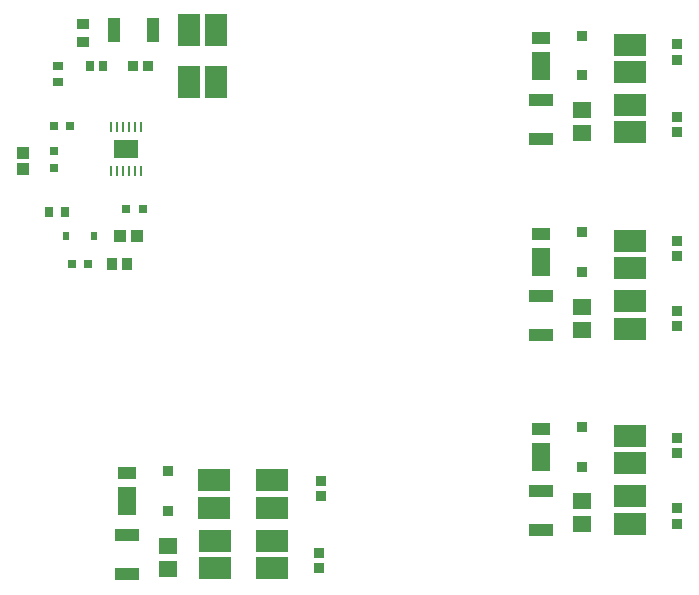
<source format=gtp>
G04*
G04 #@! TF.GenerationSoftware,Altium Limited,Altium Designer,23.1.1 (15)*
G04*
G04 Layer_Color=8421504*
%FSLAX42Y42*%
%MOMM*%
G71*
G04*
G04 #@! TF.SameCoordinates,F7E502E2-2775-4CE4-A648-0EBC044B2D6D*
G04*
G04*
G04 #@! TF.FilePolarity,Positive*
G04*
G01*
G75*
%ADD19R,2.04X1.64*%
%ADD20R,0.70X0.70*%
%ADD21R,1.00X1.10*%
%ADD22R,0.85X0.85*%
%ADD23R,2.71X1.90*%
%ADD24R,1.50X1.05*%
%ADD25R,1.50X2.40*%
%ADD26R,0.90X0.85*%
%ADD27R,2.05X1.10*%
%ADD28R,1.55X1.35*%
G04:AMPARAMS|DCode=29|XSize=0.91mm|YSize=0.24mm|CornerRadius=0.12mm|HoleSize=0mm|Usage=FLASHONLY|Rotation=270.000|XOffset=0mm|YOffset=0mm|HoleType=Round|Shape=RoundedRectangle|*
%AMROUNDEDRECTD29*
21,1,0.91,0.00,0,0,270.0*
21,1,0.67,0.24,0,0,270.0*
1,1,0.24,0.00,-0.33*
1,1,0.24,0.00,0.33*
1,1,0.24,0.00,0.33*
1,1,0.24,0.00,-0.33*
%
%ADD29ROUNDEDRECTD29*%
%ADD30R,0.24X0.91*%
%ADD31R,1.10X2.05*%
%ADD32R,1.10X0.90*%
%ADD33R,0.70X0.70*%
%ADD34R,0.85X0.90*%
%ADD35R,0.56X0.69*%
%ADD36R,1.90X2.71*%
%ADD37R,1.10X1.00*%
%ADD38R,0.80X0.95*%
%ADD39R,0.90X1.00*%
%ADD40R,0.90X0.70*%
%ADD41R,0.70X0.85*%
D19*
X1269Y4077D02*
D03*
D20*
X1267Y3573D02*
D03*
X1407D02*
D03*
X807Y3103D02*
D03*
X947D02*
D03*
X796Y4272D02*
D03*
X656D02*
D03*
D21*
X1217Y3343D02*
D03*
X1357D02*
D03*
D22*
X5130Y1721D02*
D03*
Y1386D02*
D03*
X1625Y1348D02*
D03*
Y1013D02*
D03*
X5130Y5038D02*
D03*
Y4703D02*
D03*
Y3373D02*
D03*
Y3038D02*
D03*
D23*
X5530Y1646D02*
D03*
Y1416D02*
D03*
Y906D02*
D03*
Y1136D02*
D03*
X2017Y759D02*
D03*
Y529D02*
D03*
X2015Y1041D02*
D03*
Y1271D02*
D03*
X2502Y760D02*
D03*
Y530D02*
D03*
X2502Y1041D02*
D03*
Y1271D02*
D03*
X5530Y3066D02*
D03*
Y3296D02*
D03*
Y2556D02*
D03*
Y2786D02*
D03*
Y4731D02*
D03*
Y4961D02*
D03*
Y4221D02*
D03*
Y4451D02*
D03*
D24*
X4780Y1703D02*
D03*
X1275Y1333D02*
D03*
X4780Y3356D02*
D03*
Y5021D02*
D03*
D25*
Y1466D02*
D03*
X1275Y1096D02*
D03*
X4780Y3118D02*
D03*
Y4783D02*
D03*
D26*
X5930Y1630D02*
D03*
Y1500D02*
D03*
Y1035D02*
D03*
Y905D02*
D03*
X2905Y660D02*
D03*
Y530D02*
D03*
X2915Y1266D02*
D03*
Y1136D02*
D03*
X5930Y3167D02*
D03*
Y3297D02*
D03*
Y2575D02*
D03*
Y2705D02*
D03*
Y4832D02*
D03*
Y4962D02*
D03*
Y4220D02*
D03*
Y4350D02*
D03*
D27*
X4780Y851D02*
D03*
Y1181D02*
D03*
X1275Y476D02*
D03*
Y806D02*
D03*
X4780Y2501D02*
D03*
Y2831D02*
D03*
Y4491D02*
D03*
Y4161D02*
D03*
D28*
X5130Y1093D02*
D03*
Y898D02*
D03*
X1625Y521D02*
D03*
Y716D02*
D03*
X5130Y4211D02*
D03*
Y4406D02*
D03*
Y2546D02*
D03*
Y2741D02*
D03*
D29*
X1394Y3887D02*
D03*
X1344D02*
D03*
X1294D02*
D03*
X1244D02*
D03*
X1194D02*
D03*
X1144D02*
D03*
Y4267D02*
D03*
X1194D02*
D03*
X1244D02*
D03*
X1294D02*
D03*
X1344D02*
D03*
D30*
X1394D02*
D03*
D31*
X1492Y5083D02*
D03*
X1162D02*
D03*
D32*
X907Y4983D02*
D03*
Y5133D02*
D03*
D33*
X657Y3917D02*
D03*
Y4057D02*
D03*
D34*
X1452Y4783D02*
D03*
X1322D02*
D03*
D35*
X755Y3343D02*
D03*
X999D02*
D03*
D36*
X2033Y4643D02*
D03*
X1802D02*
D03*
Y5083D02*
D03*
X2033D02*
D03*
D37*
X396Y3905D02*
D03*
Y4045D02*
D03*
D38*
X752Y3543D02*
D03*
X617D02*
D03*
D39*
X1147Y3103D02*
D03*
X1277D02*
D03*
D40*
X687Y4643D02*
D03*
Y4783D02*
D03*
D41*
X1075Y4783D02*
D03*
X960D02*
D03*
M02*

</source>
